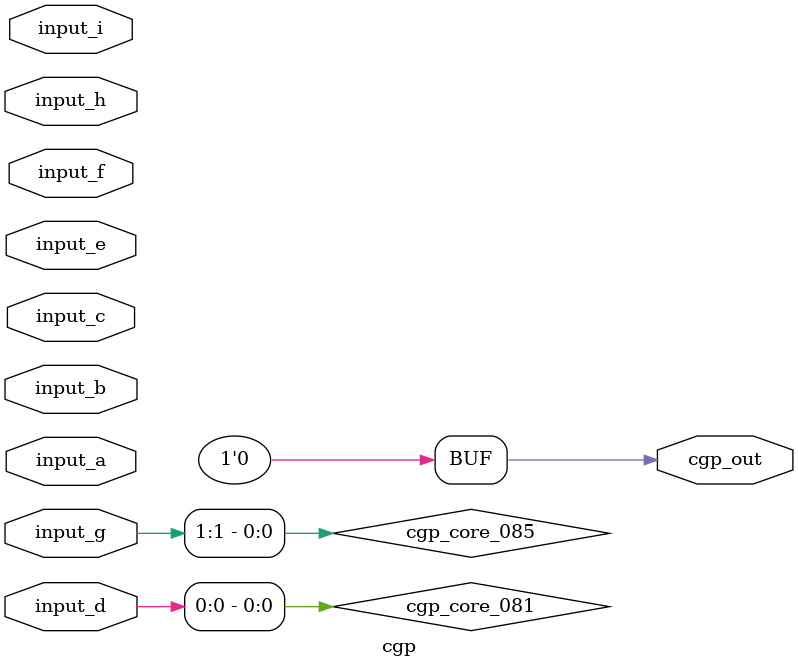
<source format=v>
module cgp(input [1:0] input_a, input [1:0] input_b, input [1:0] input_c, input [1:0] input_d, input [1:0] input_e, input [1:0] input_f, input [1:0] input_g, input [1:0] input_h, input [1:0] input_i, output [0:0] cgp_out);
  wire cgp_core_020;
  wire cgp_core_025;
  wire cgp_core_027;
  wire cgp_core_029;
  wire cgp_core_031;
  wire cgp_core_032;
  wire cgp_core_033;
  wire cgp_core_034_not;
  wire cgp_core_037;
  wire cgp_core_039;
  wire cgp_core_040;
  wire cgp_core_042;
  wire cgp_core_043;
  wire cgp_core_046;
  wire cgp_core_047;
  wire cgp_core_049;
  wire cgp_core_050;
  wire cgp_core_051;
  wire cgp_core_052;
  wire cgp_core_054;
  wire cgp_core_055;
  wire cgp_core_056;
  wire cgp_core_057;
  wire cgp_core_058;
  wire cgp_core_059;
  wire cgp_core_060;
  wire cgp_core_064;
  wire cgp_core_066_not;
  wire cgp_core_069;
  wire cgp_core_070;
  wire cgp_core_071;
  wire cgp_core_073;
  wire cgp_core_074;
  wire cgp_core_075;
  wire cgp_core_076;
  wire cgp_core_077;
  wire cgp_core_078;
  wire cgp_core_079;
  wire cgp_core_081;
  wire cgp_core_082;
  wire cgp_core_083;
  wire cgp_core_084;
  wire cgp_core_085;
  wire cgp_core_086;
  wire cgp_core_090;
  wire cgp_core_091;
  wire cgp_core_092;
  wire cgp_core_093;
  wire cgp_core_094;
  wire cgp_core_095;
  wire cgp_core_096;
  wire cgp_core_098;
  wire cgp_core_099;
  wire cgp_core_100;
  wire cgp_core_101;
  wire cgp_core_106;
  wire cgp_core_107;
  wire cgp_core_110;

  assign cgp_core_020 = input_h[0] ^ input_a[1];
  assign cgp_core_025 = ~(input_i[0] ^ input_h[0]);
  assign cgp_core_027 = input_d[0] ^ input_h[0];
  assign cgp_core_029 = input_f[1] ^ input_e[1];
  assign cgp_core_031 = input_h[0] & input_i[1];
  assign cgp_core_032 = ~(input_g[0] ^ input_h[1]);
  assign cgp_core_033 = input_e[1] | cgp_core_032;
  assign cgp_core_034_not = ~input_e[1];
  assign cgp_core_037 = ~(input_h[0] ^ input_b[0]);
  assign cgp_core_039 = ~(input_g[1] & input_c[1]);
  assign cgp_core_040 = ~(input_c[0] ^ input_c[1]);
  assign cgp_core_042 = cgp_core_039 ^ input_c[0];
  assign cgp_core_043 = ~(input_a[0] & input_a[1]);
  assign cgp_core_046 = input_g[0] & cgp_core_040;
  assign cgp_core_047 = input_b[0] ^ input_c[0];
  assign cgp_core_049 = ~(input_g[1] ^ input_d[1]);
  assign cgp_core_050 = input_b[1] ^ cgp_core_049;
  assign cgp_core_051 = input_e[0] ^ input_d[1];
  assign cgp_core_052 = input_b[1] ^ input_g[0];
  assign cgp_core_054 = ~(input_f[1] ^ input_g[1]);
  assign cgp_core_055 = ~(input_f[1] & input_e[0]);
  assign cgp_core_056 = ~cgp_core_054;
  assign cgp_core_057 = ~(cgp_core_054 ^ input_a[0]);
  assign cgp_core_058 = cgp_core_055 | input_i[0];
  assign cgp_core_059 = input_f[0] ^ input_g[0];
  assign cgp_core_060 = ~input_e[0];
  assign cgp_core_064 = ~input_g[1];
  assign cgp_core_066_not = ~cgp_core_058;
  assign cgp_core_069 = cgp_core_043 ^ input_i[0];
  assign cgp_core_070 = input_g[1] ^ input_i[1];
  assign cgp_core_071 = cgp_core_047 & cgp_core_060;
  assign cgp_core_073 = input_h[0] & cgp_core_069;
  assign cgp_core_074 = ~(cgp_core_071 | input_d[1]);
  assign cgp_core_075 = ~input_f[0];
  assign cgp_core_076 = input_i[0] & cgp_core_066_not;
  assign cgp_core_077 = input_i[1] ^ cgp_core_074;
  assign cgp_core_078 = input_g[1] & cgp_core_074;
  assign cgp_core_079 = ~(input_h[0] & input_g[0]);
  assign cgp_core_081 = input_d[0] | input_d[0];
  assign cgp_core_082 = input_f[0] ^ cgp_core_079;
  assign cgp_core_083 = input_b[1] & cgp_core_079;
  assign cgp_core_084 = input_g[0] | cgp_core_083;
  assign cgp_core_085 = input_g[1] & input_g[1];
  assign cgp_core_086 = ~(input_f[1] ^ input_a[1]);
  assign cgp_core_090 = ~(input_i[1] & input_h[1]);
  assign cgp_core_091 = ~input_e[0];
  assign cgp_core_092 = ~input_b[0];
  assign cgp_core_093 = input_b[1] | input_b[0];
  assign cgp_core_094 = input_d[1] & input_i[1];
  assign cgp_core_095 = ~(input_d[0] & cgp_core_077);
  assign cgp_core_096 = ~(input_g[1] | input_g[0]);
  assign cgp_core_098 = ~cgp_core_031;
  assign cgp_core_099 = input_e[1] & cgp_core_096;
  assign cgp_core_100 = ~cgp_core_031;
  assign cgp_core_101 = input_i[0] & cgp_core_096;
  assign cgp_core_106 = ~(input_f[0] & cgp_core_101);
  assign cgp_core_107 = cgp_core_099 | cgp_core_094;
  assign cgp_core_110 = input_d[1] | input_a[0];

  assign cgp_out[0] = 1'b0;
endmodule
</source>
